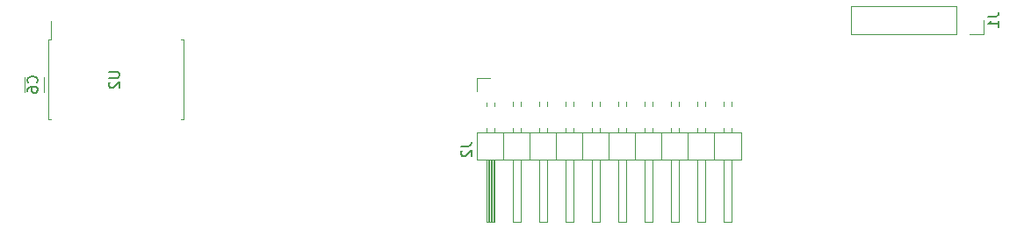
<source format=gbr>
%TF.GenerationSoftware,KiCad,Pcbnew,5.1.12-5.1.12*%
%TF.CreationDate,2022-01-05T21:47:21+02:00*%
%TF.ProjectId,gb_1_0_pico,67625f31-5f30-45f7-9069-636f2e6b6963,rev?*%
%TF.SameCoordinates,Original*%
%TF.FileFunction,Legend,Bot*%
%TF.FilePolarity,Positive*%
%FSLAX46Y46*%
G04 Gerber Fmt 4.6, Leading zero omitted, Abs format (unit mm)*
G04 Created by KiCad (PCBNEW 5.1.12-5.1.12) date 2022-01-05 21:47:21*
%MOMM*%
%LPD*%
G01*
G04 APERTURE LIST*
%ADD10C,0.120000*%
%ADD11C,0.150000*%
G04 APERTURE END LIST*
D10*
%TO.C,J2*%
X113500000Y-108420000D02*
X113500000Y-109690000D01*
X114770000Y-108420000D02*
X113500000Y-108420000D01*
X138010000Y-110732929D02*
X138010000Y-111187071D01*
X137250000Y-110732929D02*
X137250000Y-111187071D01*
X138010000Y-113272929D02*
X138010000Y-113670000D01*
X137250000Y-113272929D02*
X137250000Y-113670000D01*
X138010000Y-122330000D02*
X138010000Y-116330000D01*
X137250000Y-122330000D02*
X138010000Y-122330000D01*
X137250000Y-116330000D02*
X137250000Y-122330000D01*
X136360000Y-113670000D02*
X136360000Y-116330000D01*
X135470000Y-110732929D02*
X135470000Y-111187071D01*
X134710000Y-110732929D02*
X134710000Y-111187071D01*
X135470000Y-113272929D02*
X135470000Y-113670000D01*
X134710000Y-113272929D02*
X134710000Y-113670000D01*
X135470000Y-122330000D02*
X135470000Y-116330000D01*
X134710000Y-122330000D02*
X135470000Y-122330000D01*
X134710000Y-116330000D02*
X134710000Y-122330000D01*
X133820000Y-113670000D02*
X133820000Y-116330000D01*
X132930000Y-110732929D02*
X132930000Y-111187071D01*
X132170000Y-110732929D02*
X132170000Y-111187071D01*
X132930000Y-113272929D02*
X132930000Y-113670000D01*
X132170000Y-113272929D02*
X132170000Y-113670000D01*
X132930000Y-122330000D02*
X132930000Y-116330000D01*
X132170000Y-122330000D02*
X132930000Y-122330000D01*
X132170000Y-116330000D02*
X132170000Y-122330000D01*
X131280000Y-113670000D02*
X131280000Y-116330000D01*
X130390000Y-110732929D02*
X130390000Y-111187071D01*
X129630000Y-110732929D02*
X129630000Y-111187071D01*
X130390000Y-113272929D02*
X130390000Y-113670000D01*
X129630000Y-113272929D02*
X129630000Y-113670000D01*
X130390000Y-122330000D02*
X130390000Y-116330000D01*
X129630000Y-122330000D02*
X130390000Y-122330000D01*
X129630000Y-116330000D02*
X129630000Y-122330000D01*
X128740000Y-113670000D02*
X128740000Y-116330000D01*
X127850000Y-110732929D02*
X127850000Y-111187071D01*
X127090000Y-110732929D02*
X127090000Y-111187071D01*
X127850000Y-113272929D02*
X127850000Y-113670000D01*
X127090000Y-113272929D02*
X127090000Y-113670000D01*
X127850000Y-122330000D02*
X127850000Y-116330000D01*
X127090000Y-122330000D02*
X127850000Y-122330000D01*
X127090000Y-116330000D02*
X127090000Y-122330000D01*
X126200000Y-113670000D02*
X126200000Y-116330000D01*
X125310000Y-110732929D02*
X125310000Y-111187071D01*
X124550000Y-110732929D02*
X124550000Y-111187071D01*
X125310000Y-113272929D02*
X125310000Y-113670000D01*
X124550000Y-113272929D02*
X124550000Y-113670000D01*
X125310000Y-122330000D02*
X125310000Y-116330000D01*
X124550000Y-122330000D02*
X125310000Y-122330000D01*
X124550000Y-116330000D02*
X124550000Y-122330000D01*
X123660000Y-113670000D02*
X123660000Y-116330000D01*
X122770000Y-110732929D02*
X122770000Y-111187071D01*
X122010000Y-110732929D02*
X122010000Y-111187071D01*
X122770000Y-113272929D02*
X122770000Y-113670000D01*
X122010000Y-113272929D02*
X122010000Y-113670000D01*
X122770000Y-122330000D02*
X122770000Y-116330000D01*
X122010000Y-122330000D02*
X122770000Y-122330000D01*
X122010000Y-116330000D02*
X122010000Y-122330000D01*
X121120000Y-113670000D02*
X121120000Y-116330000D01*
X120230000Y-110732929D02*
X120230000Y-111187071D01*
X119470000Y-110732929D02*
X119470000Y-111187071D01*
X120230000Y-113272929D02*
X120230000Y-113670000D01*
X119470000Y-113272929D02*
X119470000Y-113670000D01*
X120230000Y-122330000D02*
X120230000Y-116330000D01*
X119470000Y-122330000D02*
X120230000Y-122330000D01*
X119470000Y-116330000D02*
X119470000Y-122330000D01*
X118580000Y-113670000D02*
X118580000Y-116330000D01*
X117690000Y-110732929D02*
X117690000Y-111187071D01*
X116930000Y-110732929D02*
X116930000Y-111187071D01*
X117690000Y-113272929D02*
X117690000Y-113670000D01*
X116930000Y-113272929D02*
X116930000Y-113670000D01*
X117690000Y-122330000D02*
X117690000Y-116330000D01*
X116930000Y-122330000D02*
X117690000Y-122330000D01*
X116930000Y-116330000D02*
X116930000Y-122330000D01*
X116040000Y-113670000D02*
X116040000Y-116330000D01*
X115150000Y-110800000D02*
X115150000Y-111187071D01*
X114390000Y-110800000D02*
X114390000Y-111187071D01*
X115150000Y-113272929D02*
X115150000Y-113670000D01*
X114390000Y-113272929D02*
X114390000Y-113670000D01*
X115050000Y-116330000D02*
X115050000Y-122330000D01*
X114930000Y-116330000D02*
X114930000Y-122330000D01*
X114810000Y-116330000D02*
X114810000Y-122330000D01*
X114690000Y-116330000D02*
X114690000Y-122330000D01*
X114570000Y-116330000D02*
X114570000Y-122330000D01*
X114450000Y-116330000D02*
X114450000Y-122330000D01*
X115150000Y-122330000D02*
X115150000Y-116330000D01*
X114390000Y-122330000D02*
X115150000Y-122330000D01*
X114390000Y-116330000D02*
X114390000Y-122330000D01*
X113440000Y-116330000D02*
X113440000Y-113670000D01*
X138960000Y-116330000D02*
X113440000Y-116330000D01*
X138960000Y-113670000D02*
X138960000Y-116330000D01*
X113440000Y-113670000D02*
X138960000Y-113670000D01*
%TO.C,J1*%
X162328000Y-104162000D02*
X162328000Y-102832000D01*
X160998000Y-104162000D02*
X162328000Y-104162000D01*
X159728000Y-104162000D02*
X159728000Y-101502000D01*
X159728000Y-101502000D02*
X149508000Y-101502000D01*
X159728000Y-104162000D02*
X149508000Y-104162000D01*
X149508000Y-104162000D02*
X149508000Y-101502000D01*
%TO.C,C6*%
X71738000Y-109766252D02*
X71738000Y-108343748D01*
X69918000Y-109766252D02*
X69918000Y-108343748D01*
%TO.C,U2*%
X85212000Y-108596000D02*
X85212000Y-112456000D01*
X85212000Y-112456000D02*
X84977000Y-112456000D01*
X85212000Y-108596000D02*
X85212000Y-104736000D01*
X85212000Y-104736000D02*
X84977000Y-104736000D01*
X72192000Y-108596000D02*
X72192000Y-112456000D01*
X72192000Y-112456000D02*
X72427000Y-112456000D01*
X72192000Y-108596000D02*
X72192000Y-104736000D01*
X72192000Y-104736000D02*
X72427000Y-104736000D01*
X72427000Y-104736000D02*
X72427000Y-102921000D01*
%TO.C,J2*%
D11*
X111952380Y-115011666D02*
X112666666Y-115011666D01*
X112809523Y-114964047D01*
X112904761Y-114868809D01*
X112952380Y-114725952D01*
X112952380Y-114630714D01*
X112047619Y-115440238D02*
X112000000Y-115487857D01*
X111952380Y-115583095D01*
X111952380Y-115821190D01*
X112000000Y-115916428D01*
X112047619Y-115964047D01*
X112142857Y-116011666D01*
X112238095Y-116011666D01*
X112380952Y-115964047D01*
X112952380Y-115392619D01*
X112952380Y-116011666D01*
%TO.C,J1*%
X162780380Y-102498666D02*
X163494666Y-102498666D01*
X163637523Y-102451047D01*
X163732761Y-102355809D01*
X163780380Y-102212952D01*
X163780380Y-102117714D01*
X163780380Y-103498666D02*
X163780380Y-102927238D01*
X163780380Y-103212952D02*
X162780380Y-103212952D01*
X162923238Y-103117714D01*
X163018476Y-103022476D01*
X163066095Y-102927238D01*
%TO.C,C6*%
X71058142Y-108888333D02*
X71105761Y-108840714D01*
X71153380Y-108697857D01*
X71153380Y-108602619D01*
X71105761Y-108459761D01*
X71010523Y-108364523D01*
X70915285Y-108316904D01*
X70724809Y-108269285D01*
X70581952Y-108269285D01*
X70391476Y-108316904D01*
X70296238Y-108364523D01*
X70201000Y-108459761D01*
X70153380Y-108602619D01*
X70153380Y-108697857D01*
X70201000Y-108840714D01*
X70248619Y-108888333D01*
X70153380Y-109745476D02*
X70153380Y-109555000D01*
X70201000Y-109459761D01*
X70248619Y-109412142D01*
X70391476Y-109316904D01*
X70581952Y-109269285D01*
X70962904Y-109269285D01*
X71058142Y-109316904D01*
X71105761Y-109364523D01*
X71153380Y-109459761D01*
X71153380Y-109650238D01*
X71105761Y-109745476D01*
X71058142Y-109793095D01*
X70962904Y-109840714D01*
X70724809Y-109840714D01*
X70629571Y-109793095D01*
X70581952Y-109745476D01*
X70534333Y-109650238D01*
X70534333Y-109459761D01*
X70581952Y-109364523D01*
X70629571Y-109316904D01*
X70724809Y-109269285D01*
%TO.C,U2*%
X78027380Y-107834095D02*
X78836904Y-107834095D01*
X78932142Y-107881714D01*
X78979761Y-107929333D01*
X79027380Y-108024571D01*
X79027380Y-108215047D01*
X78979761Y-108310285D01*
X78932142Y-108357904D01*
X78836904Y-108405523D01*
X78027380Y-108405523D01*
X78122619Y-108834095D02*
X78075000Y-108881714D01*
X78027380Y-108976952D01*
X78027380Y-109215047D01*
X78075000Y-109310285D01*
X78122619Y-109357904D01*
X78217857Y-109405523D01*
X78313095Y-109405523D01*
X78455952Y-109357904D01*
X79027380Y-108786476D01*
X79027380Y-109405523D01*
%TD*%
M02*

</source>
